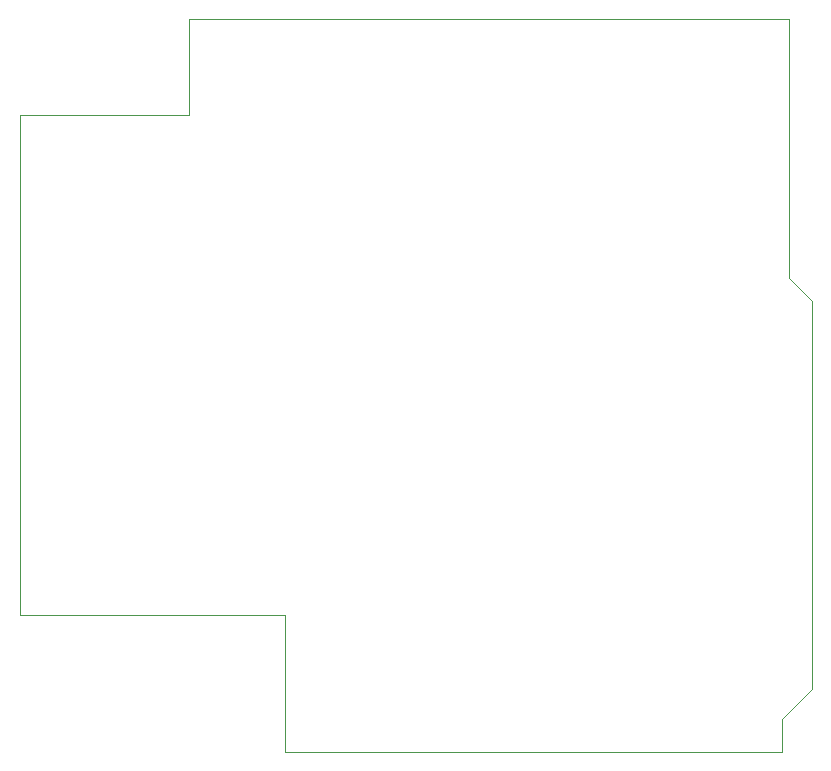
<source format=gbr>
%TF.GenerationSoftware,KiCad,Pcbnew,(5.1.10)-1*%
%TF.CreationDate,2021-06-07T20:05:56+02:00*%
%TF.ProjectId,AirFlow,41697246-6c6f-4772-9e6b-696361645f70,rev?*%
%TF.SameCoordinates,Original*%
%TF.FileFunction,Profile,NP*%
%FSLAX46Y46*%
G04 Gerber Fmt 4.6, Leading zero omitted, Abs format (unit mm)*
G04 Created by KiCad (PCBNEW (5.1.10)-1) date 2021-06-07 20:05:56*
%MOMM*%
%LPD*%
G01*
G04 APERTURE LIST*
%TA.AperFunction,Profile*%
%ADD10C,0.050000*%
%TD*%
G04 APERTURE END LIST*
D10*
X118821200Y-121259600D02*
X118821200Y-132892800D01*
X96418400Y-121259600D02*
X118821200Y-121259600D01*
X96418400Y-121259600D02*
X96418400Y-78892400D01*
X160883600Y-132892800D02*
X118821200Y-132892800D01*
X160883600Y-130098800D02*
X160883600Y-132892800D01*
X163423600Y-127508000D02*
X160883600Y-130098800D01*
X163423600Y-94691200D02*
X163423600Y-127508000D01*
X161493200Y-92710000D02*
X163423600Y-94691200D01*
X161493200Y-70764400D02*
X161493200Y-92710000D01*
X110744000Y-70764400D02*
X161493200Y-70764400D01*
X110744000Y-78892400D02*
X110744000Y-70764400D01*
X96418400Y-78892400D02*
X110744000Y-78892400D01*
M02*

</source>
